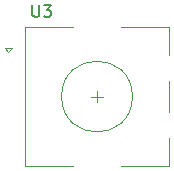
<source format=gto>
%TF.GenerationSoftware,KiCad,Pcbnew,(5.1.10)-1*%
%TF.CreationDate,2021-09-23T19:03:45-07:00*%
%TF.ProjectId,adelheid,6164656c-6865-4696-942e-6b696361645f,2.0*%
%TF.SameCoordinates,Original*%
%TF.FileFunction,Legend,Top*%
%TF.FilePolarity,Positive*%
%FSLAX46Y46*%
G04 Gerber Fmt 4.6, Leading zero omitted, Abs format (unit mm)*
G04 Created by KiCad (PCBNEW (5.1.10)-1) date 2021-09-23 19:03:45*
%MOMM*%
%LPD*%
G01*
G04 APERTURE LIST*
%ADD10C,0.120000*%
%ADD11C,0.150000*%
%ADD12C,4.089800*%
%ADD13C,1.852000*%
%ADD14C,2.102000*%
%ADD15C,3.150000*%
%ADD16O,1.302000X2.002000*%
%ADD17C,1.202000*%
%ADD18C,4.502000*%
G04 APERTURE END LIST*
D10*
X319110000Y-39330000D02*
G75*
G03*
X319110000Y-39330000I-3000000J0D01*
G01*
X318110000Y-33430000D02*
X322210000Y-33430000D01*
X322210000Y-45230000D02*
X318110000Y-45230000D01*
X314110000Y-45230000D02*
X310010000Y-45230000D01*
X314110000Y-33430000D02*
X310010000Y-33430000D01*
X310010000Y-33430000D02*
X310010000Y-45230000D01*
X308610000Y-35530000D02*
X308310000Y-35230000D01*
X308310000Y-35230000D02*
X308910000Y-35230000D01*
X308910000Y-35230000D02*
X308610000Y-35530000D01*
X322210000Y-33430000D02*
X322210000Y-35830000D01*
X322210000Y-38030000D02*
X322210000Y-40630000D01*
X322210000Y-42830000D02*
X322210000Y-45230000D01*
X316110000Y-38830000D02*
X316110000Y-39830000D01*
X315610000Y-39330000D02*
X316610000Y-39330000D01*
D11*
X310648095Y-31582380D02*
X310648095Y-32391904D01*
X310695714Y-32487142D01*
X310743333Y-32534761D01*
X310838571Y-32582380D01*
X311029047Y-32582380D01*
X311124285Y-32534761D01*
X311171904Y-32487142D01*
X311219523Y-32391904D01*
X311219523Y-31582380D01*
X311600476Y-31582380D02*
X312219523Y-31582380D01*
X311886190Y-31963333D01*
X312029047Y-31963333D01*
X312124285Y-32010952D01*
X312171904Y-32058571D01*
X312219523Y-32153809D01*
X312219523Y-32391904D01*
X312171904Y-32487142D01*
X312124285Y-32534761D01*
X312029047Y-32582380D01*
X311743333Y-32582380D01*
X311648095Y-32534761D01*
X311600476Y-32487142D01*
%LPC*%
D12*
X249859800Y-40538400D03*
D13*
X244890810Y-41594591D03*
X254828790Y-39482209D03*
D12*
X231228900Y-44500800D03*
D13*
X226259910Y-45556991D03*
X236197890Y-43444609D03*
D14*
X323110000Y-41830000D03*
X323110000Y-36830000D03*
G36*
G01*
X314459000Y-45930000D02*
X314459000Y-43930000D01*
G75*
G02*
X314510000Y-43879000I51000J0D01*
G01*
X317710000Y-43879000D01*
G75*
G02*
X317761000Y-43930000I0J-51000D01*
G01*
X317761000Y-45930000D01*
G75*
G02*
X317710000Y-45981000I-51000J0D01*
G01*
X314510000Y-45981000D01*
G75*
G02*
X314459000Y-45930000I0J51000D01*
G01*
G37*
G36*
G01*
X314459000Y-34730000D02*
X314459000Y-32730000D01*
G75*
G02*
X314510000Y-32679000I51000J0D01*
G01*
X317710000Y-32679000D01*
G75*
G02*
X317761000Y-32730000I0J-51000D01*
G01*
X317761000Y-34730000D01*
G75*
G02*
X317710000Y-34781000I-51000J0D01*
G01*
X314510000Y-34781000D01*
G75*
G02*
X314459000Y-34730000I0J51000D01*
G01*
G37*
X308610000Y-41830000D03*
X308610000Y-39330000D03*
G36*
G01*
X307559000Y-37830000D02*
X307559000Y-35830000D01*
G75*
G02*
X307610000Y-35779000I51000J0D01*
G01*
X309610000Y-35779000D01*
G75*
G02*
X309661000Y-35830000I0J-51000D01*
G01*
X309661000Y-37830000D01*
G75*
G02*
X309610000Y-37881000I-51000J0D01*
G01*
X307610000Y-37881000D01*
G75*
G02*
X307559000Y-37830000I0J51000D01*
G01*
G37*
D12*
X189318900Y-53416200D03*
D13*
X184349910Y-54472391D03*
X194287890Y-52360009D03*
D12*
X131635500Y-149263100D03*
D13*
X126666510Y-148206909D03*
X136604490Y-150319291D03*
D15*
X118506111Y-153613411D03*
X141860363Y-158577511D03*
D12*
X121674685Y-138706442D03*
X145028937Y-143670541D03*
X319239900Y-101180900D03*
D13*
X314159900Y-101180900D03*
X324319900Y-101180900D03*
D15*
X307301900Y-108165900D03*
X331177900Y-108165900D03*
D12*
X307301900Y-92925900D03*
X331177900Y-92925900D03*
D16*
X179176700Y-25863200D03*
X171876700Y-25863200D03*
D17*
X177126700Y-31283200D03*
X176326700Y-30083200D03*
X175526700Y-31283200D03*
X174726700Y-30083200D03*
X173926700Y-31283200D03*
D12*
X41516300Y-101180900D03*
D13*
X36436300Y-101180900D03*
X46596300Y-101180900D03*
D12*
X47980600Y-82143600D03*
D13*
X42900600Y-82143600D03*
X53060600Y-82143600D03*
D12*
X252031500Y-142303500D03*
D13*
X247062510Y-143359691D03*
X257000490Y-141247309D03*
D12*
X39776400Y-139293600D03*
D13*
X34696400Y-139293600D03*
X44856400Y-139293600D03*
D12*
X354965000Y-144043400D03*
D13*
X349885000Y-144043400D03*
X360045000Y-144043400D03*
D12*
X354952300Y-96418400D03*
D13*
X349872300Y-96418400D03*
X360032300Y-96418400D03*
D12*
X350685100Y-77368400D03*
D13*
X345605100Y-77368400D03*
X355765100Y-77368400D03*
D12*
X346532200Y-58331100D03*
D13*
X341452200Y-58331100D03*
X351612200Y-58331100D03*
D12*
X322707000Y-63080900D03*
D13*
X317627000Y-63080900D03*
X327787000Y-63080900D03*
D12*
X342315800Y-39281100D03*
D13*
X337235800Y-39281100D03*
X347395800Y-39281100D03*
D12*
X335915000Y-144043400D03*
D13*
X330835000Y-144043400D03*
X340995000Y-144043400D03*
D12*
X335915000Y-124993400D03*
D13*
X330835000Y-124993400D03*
X340995000Y-124993400D03*
D12*
X322110100Y-82143600D03*
D13*
X317030100Y-82143600D03*
X327190100Y-82143600D03*
D12*
X303669700Y-63093600D03*
D13*
X298589700Y-63093600D03*
X308749700Y-63093600D03*
D12*
X316852300Y-144043400D03*
D13*
X311772300Y-144043400D03*
X321932300Y-144043400D03*
D12*
X298297600Y-82130900D03*
D13*
X293217600Y-82130900D03*
X303377600Y-82130900D03*
D12*
X284607000Y-63093600D03*
D13*
X279527000Y-63093600D03*
X289687000Y-63093600D03*
D12*
X289687000Y-37795200D03*
D13*
X284607000Y-37795200D03*
X294767000Y-37795200D03*
D12*
X304977800Y-120243600D03*
D13*
X299897800Y-120243600D03*
X310057800Y-120243600D03*
D12*
X288290000Y-101206300D03*
D13*
X283210000Y-101206300D03*
X293370000Y-101206300D03*
D12*
X279260300Y-82130900D03*
D13*
X274180300Y-82130900D03*
X284340300Y-82130900D03*
D12*
X265569700Y-61595000D03*
D13*
X260489700Y-61595000D03*
X270649700Y-61595000D03*
D12*
X270624300Y-37795200D03*
D13*
X265544300Y-37795200D03*
X275704300Y-37795200D03*
D12*
X278765000Y-120230900D03*
D13*
X273685000Y-120230900D03*
X283845000Y-120230900D03*
D12*
X269240000Y-101206300D03*
D13*
X264160000Y-101206300D03*
X274320000Y-101206300D03*
D12*
X258762500Y-82461100D03*
D13*
X253793510Y-83517291D03*
X263731490Y-81404909D03*
D12*
X245516400Y-65824100D03*
D13*
X240547410Y-66880291D03*
X250485390Y-64767909D03*
D12*
X257390900Y-121691400D03*
D13*
X252421910Y-122747591D03*
X262359890Y-120635209D03*
D12*
X248742200Y-104051100D03*
D13*
X243773210Y-105107291D03*
X253711190Y-102994909D03*
D12*
X240131600Y-86410800D03*
D13*
X235162610Y-87466991D03*
X245100590Y-85354609D03*
D12*
X226860100Y-69761100D03*
D13*
X221891110Y-70817291D03*
X231829090Y-68704909D03*
D12*
X238747300Y-125653800D03*
D13*
X233778310Y-126709991D03*
X243716290Y-124597609D03*
D12*
X230136700Y-107988100D03*
D13*
X225167710Y-109044291D03*
X235105690Y-106931909D03*
D12*
X221500700Y-90373200D03*
D13*
X216531710Y-91429391D03*
X226469690Y-89317009D03*
D12*
X208254600Y-73736200D03*
D13*
X203285610Y-74792391D03*
X213223590Y-72680009D03*
D12*
X207949800Y-49453800D03*
D13*
X202980810Y-50509991D03*
X212918790Y-48397609D03*
D12*
X212445600Y-150710900D03*
D13*
X207476610Y-151767091D03*
X217414590Y-149654709D03*
D15*
X202220737Y-160025311D03*
X225574989Y-155061211D03*
D12*
X199052163Y-145118341D03*
X222406415Y-140154242D03*
X220129100Y-129616200D03*
D13*
X215160110Y-130672391D03*
X225098090Y-128560009D03*
D12*
X211505800Y-111963200D03*
D13*
X206536810Y-113019391D03*
X216474790Y-110907009D03*
D12*
X202882500Y-94322900D03*
D13*
X197913510Y-95379091D03*
X207851490Y-93266709D03*
D12*
X189611000Y-77685900D03*
D13*
X184642010Y-78742091D03*
X194579990Y-76629709D03*
D12*
X201485500Y-133591300D03*
D13*
X196516510Y-134647491D03*
X206454490Y-132535109D03*
D12*
X192874900Y-115938300D03*
D13*
X187905910Y-116994491D03*
X197843890Y-114882109D03*
D12*
X184264300Y-98298000D03*
D13*
X179295310Y-99354191D03*
X189233290Y-97241809D03*
D12*
X161493200Y-77685900D03*
D13*
X156524210Y-76629709D03*
X166462190Y-78742091D03*
D12*
X161734500Y-53428900D03*
D13*
X156765510Y-52372709D03*
X166703490Y-54485091D03*
D12*
X159588200Y-155194000D03*
D13*
X154619210Y-154137809D03*
X164557190Y-156250191D03*
D12*
X154216100Y-134569200D03*
D13*
X149247110Y-133513009D03*
X159185090Y-135625391D03*
D12*
X148856700Y-113957100D03*
D13*
X143887710Y-112900909D03*
X153825690Y-115013291D03*
D12*
X148183600Y-94322900D03*
D13*
X143214610Y-93266709D03*
X153152590Y-95379091D03*
D12*
X142849600Y-73748900D03*
D13*
X137880610Y-72692709D03*
X147818590Y-74805091D03*
D12*
X143116300Y-49466500D03*
D13*
X138147310Y-48410309D03*
X148085290Y-50522691D03*
D12*
X135585200Y-130619500D03*
D13*
X130616210Y-129563309D03*
X140554190Y-131675691D03*
D12*
X130213100Y-109994700D03*
D13*
X125244110Y-108938509D03*
X135182090Y-111050891D03*
D12*
X129540000Y-90411300D03*
D13*
X124571010Y-89355109D03*
X134508990Y-91467491D03*
D12*
X124206000Y-69786500D03*
D13*
X119237010Y-68730309D03*
X129174990Y-70842691D03*
D12*
X119849900Y-44500800D03*
D13*
X114880910Y-43444609D03*
X124818890Y-45556991D03*
D12*
X116941600Y-126657100D03*
D13*
X111972610Y-125600909D03*
X121910590Y-127713291D03*
D12*
X111620300Y-106070400D03*
D13*
X106651310Y-105014209D03*
X116589290Y-107126591D03*
D12*
X110921800Y-86436200D03*
D13*
X105952810Y-85380009D03*
X115890790Y-87492391D03*
D12*
X105575100Y-65811400D03*
D13*
X100606110Y-64755209D03*
X110544090Y-66867591D03*
D12*
X101231700Y-40551100D03*
D13*
X96262710Y-39494909D03*
X106200690Y-41607291D03*
D12*
X99034600Y-142328900D03*
D13*
X94065610Y-141272709D03*
X104003590Y-143385091D03*
D12*
X98323400Y-122707400D03*
D13*
X93354410Y-121651209D03*
X103292390Y-123763591D03*
D12*
X92989400Y-102108000D03*
D13*
X88020410Y-101051809D03*
X97958390Y-103164191D03*
D12*
X92290900Y-82473800D03*
D13*
X87321910Y-81417609D03*
X97259890Y-83529991D03*
D12*
X85483700Y-61607700D03*
D13*
X80403700Y-61607700D03*
X90563700Y-61607700D03*
D12*
X80429100Y-37769800D03*
D13*
X75349100Y-37769800D03*
X85509100Y-37769800D03*
D12*
X77838300Y-120230900D03*
D13*
X72758300Y-120230900D03*
X82918300Y-120230900D03*
D12*
X72466200Y-101193600D03*
D13*
X67386200Y-101193600D03*
X77546200Y-101193600D03*
X76873100Y-82143600D03*
X66713100Y-82143600D03*
D12*
X71793100Y-82143600D03*
X66438368Y-63093600D03*
D13*
X61358368Y-63093600D03*
X71518368Y-63093600D03*
D12*
X61366400Y-37782500D03*
D13*
X56286400Y-37782500D03*
X66446400Y-37782500D03*
D12*
X46913800Y-120243600D03*
D13*
X41833800Y-120243600D03*
X51993800Y-120243600D03*
D15*
X34975800Y-113258600D03*
X58851800Y-113258600D03*
D12*
X34975800Y-128498600D03*
X58851800Y-128498600D03*
X46278800Y-101180900D03*
D13*
X41198800Y-101180900D03*
X51358800Y-101180900D03*
D12*
X47383700Y-63093600D03*
D13*
X42303700Y-63093600D03*
X52463700Y-63093600D03*
D12*
X37426900Y-39293800D03*
D13*
X32346900Y-39293800D03*
X42506900Y-39293800D03*
D18*
X56896000Y-72644000D03*
X345440000Y-134493000D03*
X240665000Y-144526000D03*
X337058000Y-48768000D03*
X52324000Y-139573000D03*
X111760000Y-145034000D03*
G36*
G01*
X219825000Y-27266000D02*
X219825000Y-25566000D01*
G75*
G02*
X219876000Y-25515000I51000J0D01*
G01*
X221576000Y-25515000D01*
G75*
G02*
X221627000Y-25566000I0J-51000D01*
G01*
X221627000Y-27266000D01*
G75*
G02*
X221576000Y-27317000I-51000J0D01*
G01*
X219876000Y-27317000D01*
G75*
G02*
X219825000Y-27266000I0J51000D01*
G01*
G37*
G36*
G01*
X217285000Y-27266000D02*
X217285000Y-25566000D01*
G75*
G02*
X217336000Y-25515000I51000J0D01*
G01*
X219036000Y-25515000D01*
G75*
G02*
X219087000Y-25566000I0J-51000D01*
G01*
X219087000Y-27266000D01*
G75*
G02*
X219036000Y-27317000I-51000J0D01*
G01*
X217336000Y-27317000D01*
G75*
G02*
X217285000Y-27266000I0J51000D01*
G01*
G37*
G36*
G01*
X214745000Y-27266000D02*
X214745000Y-25566000D01*
G75*
G02*
X214796000Y-25515000I51000J0D01*
G01*
X216496000Y-25515000D01*
G75*
G02*
X216547000Y-25566000I0J-51000D01*
G01*
X216547000Y-27266000D01*
G75*
G02*
X216496000Y-27317000I-51000J0D01*
G01*
X214796000Y-27317000D01*
G75*
G02*
X214745000Y-27266000I0J51000D01*
G01*
G37*
G36*
G01*
X212205000Y-27266000D02*
X212205000Y-25566000D01*
G75*
G02*
X212256000Y-25515000I51000J0D01*
G01*
X213956000Y-25515000D01*
G75*
G02*
X214007000Y-25566000I0J-51000D01*
G01*
X214007000Y-27266000D01*
G75*
G02*
X213956000Y-27317000I-51000J0D01*
G01*
X212256000Y-27317000D01*
G75*
G02*
X212205000Y-27266000I0J51000D01*
G01*
G37*
G36*
G01*
X209665000Y-27266000D02*
X209665000Y-25566000D01*
G75*
G02*
X209716000Y-25515000I51000J0D01*
G01*
X211416000Y-25515000D01*
G75*
G02*
X211467000Y-25566000I0J-51000D01*
G01*
X211467000Y-27266000D01*
G75*
G02*
X211416000Y-27317000I-51000J0D01*
G01*
X209716000Y-27317000D01*
G75*
G02*
X209665000Y-27266000I0J51000D01*
G01*
G37*
G36*
G01*
X207125000Y-27266000D02*
X207125000Y-25566000D01*
G75*
G02*
X207176000Y-25515000I51000J0D01*
G01*
X208876000Y-25515000D01*
G75*
G02*
X208927000Y-25566000I0J-51000D01*
G01*
X208927000Y-27266000D01*
G75*
G02*
X208876000Y-27317000I-51000J0D01*
G01*
X207176000Y-27317000D01*
G75*
G02*
X207125000Y-27266000I0J51000D01*
G01*
G37*
G36*
G01*
X150483000Y-27266000D02*
X150483000Y-25566000D01*
G75*
G02*
X150534000Y-25515000I51000J0D01*
G01*
X152234000Y-25515000D01*
G75*
G02*
X152285000Y-25566000I0J-51000D01*
G01*
X152285000Y-27266000D01*
G75*
G02*
X152234000Y-27317000I-51000J0D01*
G01*
X150534000Y-27317000D01*
G75*
G02*
X150483000Y-27266000I0J51000D01*
G01*
G37*
G36*
G01*
X145403000Y-27266000D02*
X145403000Y-25566000D01*
G75*
G02*
X145454000Y-25515000I51000J0D01*
G01*
X147154000Y-25515000D01*
G75*
G02*
X147205000Y-25566000I0J-51000D01*
G01*
X147205000Y-27266000D01*
G75*
G02*
X147154000Y-27317000I-51000J0D01*
G01*
X145454000Y-27317000D01*
G75*
G02*
X145403000Y-27266000I0J51000D01*
G01*
G37*
G36*
G01*
X147943000Y-27266000D02*
X147943000Y-25566000D01*
G75*
G02*
X147994000Y-25515000I51000J0D01*
G01*
X149694000Y-25515000D01*
G75*
G02*
X149745000Y-25566000I0J-51000D01*
G01*
X149745000Y-27266000D01*
G75*
G02*
X149694000Y-27317000I-51000J0D01*
G01*
X147994000Y-27317000D01*
G75*
G02*
X147943000Y-27266000I0J51000D01*
G01*
G37*
G36*
G01*
X142863000Y-27266000D02*
X142863000Y-25566000D01*
G75*
G02*
X142914000Y-25515000I51000J0D01*
G01*
X144614000Y-25515000D01*
G75*
G02*
X144665000Y-25566000I0J-51000D01*
G01*
X144665000Y-27266000D01*
G75*
G02*
X144614000Y-27317000I-51000J0D01*
G01*
X142914000Y-27317000D01*
G75*
G02*
X142863000Y-27266000I0J51000D01*
G01*
G37*
X121827220Y-27932509D03*
X229192785Y-27932509D03*
M02*

</source>
